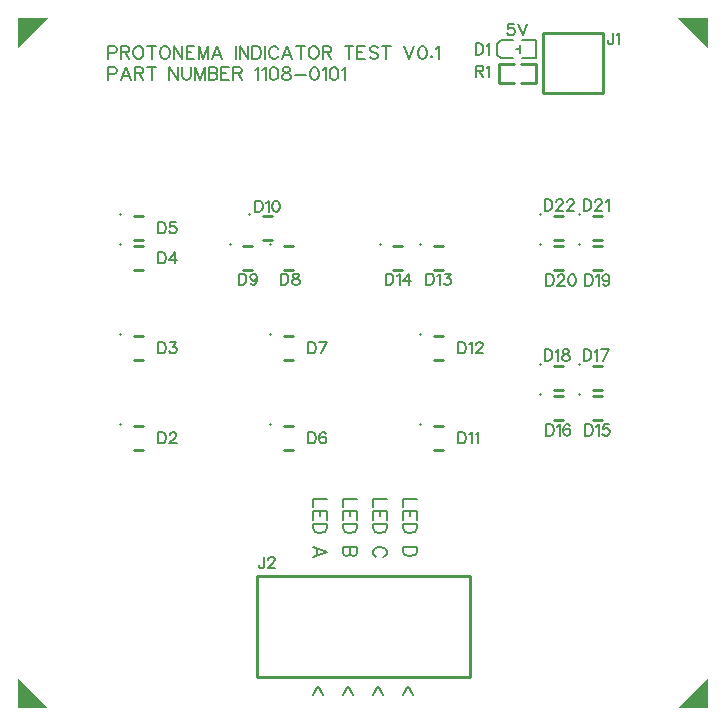
<source format=gto>
G04 Layer: TopSilkscreenLayer*
G04 EasyEDA v6.5.34, 2023-09-10 21:32:29*
G04 1afe794d2bab4df38a2457b4b3463e79,5a6b42c53f6a479593ecc07194224c93,10*
G04 Gerber Generator version 0.2*
G04 Scale: 100 percent, Rotated: No, Reflected: No *
G04 Dimensions in millimeters *
G04 leading zeros omitted , absolute positions ,4 integer and 5 decimal *
%FSLAX45Y45*%
%MOMM*%

%ADD10C,0.1524*%
%ADD11C,0.2540*%
%ADD12C,0.1500*%

%LPD*%
D10*
X4194787Y5790417D02*
G01*
X4149321Y5790417D01*
X4144749Y5749523D01*
X4149321Y5754095D01*
X4162783Y5758667D01*
X4176499Y5758667D01*
X4190215Y5754095D01*
X4199359Y5744951D01*
X4203931Y5731489D01*
X4203931Y5722345D01*
X4199359Y5708629D01*
X4190215Y5699485D01*
X4176499Y5694913D01*
X4162783Y5694913D01*
X4149321Y5699485D01*
X4144749Y5704057D01*
X4140177Y5713201D01*
X4233903Y5790417D02*
G01*
X4270225Y5694913D01*
X4306547Y5790417D02*
G01*
X4270225Y5694913D01*
X5036555Y5714227D02*
G01*
X5036555Y5641583D01*
X5031983Y5627867D01*
X5027411Y5623295D01*
X5018267Y5618723D01*
X5009377Y5618723D01*
X5000233Y5623295D01*
X4995661Y5627867D01*
X4991089Y5641583D01*
X4991089Y5650727D01*
X5066527Y5696193D02*
G01*
X5075671Y5700765D01*
X5089387Y5714227D01*
X5089387Y5618723D01*
X761989Y5601705D02*
G01*
X761989Y5492739D01*
X761989Y5601705D02*
G01*
X808725Y5601705D01*
X824219Y5596625D01*
X829553Y5591291D01*
X834633Y5580877D01*
X834633Y5565383D01*
X829553Y5554969D01*
X824219Y5549889D01*
X808725Y5544555D01*
X761989Y5544555D01*
X868923Y5601705D02*
G01*
X868923Y5492739D01*
X868923Y5601705D02*
G01*
X915659Y5601705D01*
X931407Y5596625D01*
X936487Y5591291D01*
X941821Y5580877D01*
X941821Y5570463D01*
X936487Y5560049D01*
X931407Y5554969D01*
X915659Y5549889D01*
X868923Y5549889D01*
X905499Y5549889D02*
G01*
X941821Y5492739D01*
X1007099Y5601705D02*
G01*
X996939Y5596625D01*
X986525Y5586211D01*
X981191Y5575797D01*
X976111Y5560049D01*
X976111Y5534141D01*
X981191Y5518647D01*
X986525Y5508233D01*
X996939Y5497819D01*
X1007099Y5492739D01*
X1027927Y5492739D01*
X1038341Y5497819D01*
X1048755Y5508233D01*
X1054089Y5518647D01*
X1059169Y5534141D01*
X1059169Y5560049D01*
X1054089Y5575797D01*
X1048755Y5586211D01*
X1038341Y5596625D01*
X1027927Y5601705D01*
X1007099Y5601705D01*
X1129781Y5601705D02*
G01*
X1129781Y5492739D01*
X1093459Y5601705D02*
G01*
X1166103Y5601705D01*
X1231635Y5601705D02*
G01*
X1221221Y5596625D01*
X1210807Y5586211D01*
X1205727Y5575797D01*
X1200393Y5560049D01*
X1200393Y5534141D01*
X1205727Y5518647D01*
X1210807Y5508233D01*
X1221221Y5497819D01*
X1231635Y5492739D01*
X1252463Y5492739D01*
X1262877Y5497819D01*
X1273291Y5508233D01*
X1278371Y5518647D01*
X1283705Y5534141D01*
X1283705Y5560049D01*
X1278371Y5575797D01*
X1273291Y5586211D01*
X1262877Y5596625D01*
X1252463Y5601705D01*
X1231635Y5601705D01*
X1317995Y5601705D02*
G01*
X1317995Y5492739D01*
X1317995Y5601705D02*
G01*
X1390639Y5492739D01*
X1390639Y5601705D02*
G01*
X1390639Y5492739D01*
X1424929Y5601705D02*
G01*
X1424929Y5492739D01*
X1424929Y5601705D02*
G01*
X1492493Y5601705D01*
X1424929Y5549889D02*
G01*
X1466585Y5549889D01*
X1424929Y5492739D02*
G01*
X1492493Y5492739D01*
X1526783Y5601705D02*
G01*
X1526783Y5492739D01*
X1526783Y5601705D02*
G01*
X1568439Y5492739D01*
X1609841Y5601705D02*
G01*
X1568439Y5492739D01*
X1609841Y5601705D02*
G01*
X1609841Y5492739D01*
X1685787Y5601705D02*
G01*
X1644131Y5492739D01*
X1685787Y5601705D02*
G01*
X1727189Y5492739D01*
X1659879Y5529061D02*
G01*
X1711695Y5529061D01*
X1841489Y5601705D02*
G01*
X1841489Y5492739D01*
X1875779Y5601705D02*
G01*
X1875779Y5492739D01*
X1875779Y5601705D02*
G01*
X1948677Y5492739D01*
X1948677Y5601705D02*
G01*
X1948677Y5492739D01*
X1982967Y5601705D02*
G01*
X1982967Y5492739D01*
X1982967Y5601705D02*
G01*
X2019289Y5601705D01*
X2034783Y5596625D01*
X2045197Y5586211D01*
X2050531Y5575797D01*
X2055611Y5560049D01*
X2055611Y5534141D01*
X2050531Y5518647D01*
X2045197Y5508233D01*
X2034783Y5497819D01*
X2019289Y5492739D01*
X1982967Y5492739D01*
X2089901Y5601705D02*
G01*
X2089901Y5492739D01*
X2202169Y5575797D02*
G01*
X2197089Y5586211D01*
X2186675Y5596625D01*
X2176261Y5601705D01*
X2155433Y5601705D01*
X2145019Y5596625D01*
X2134605Y5586211D01*
X2129525Y5575797D01*
X2124191Y5560049D01*
X2124191Y5534141D01*
X2129525Y5518647D01*
X2134605Y5508233D01*
X2145019Y5497819D01*
X2155433Y5492739D01*
X2176261Y5492739D01*
X2186675Y5497819D01*
X2197089Y5508233D01*
X2202169Y5518647D01*
X2278115Y5601705D02*
G01*
X2236459Y5492739D01*
X2278115Y5601705D02*
G01*
X2319517Y5492739D01*
X2251953Y5529061D02*
G01*
X2304023Y5529061D01*
X2390129Y5601705D02*
G01*
X2390129Y5492739D01*
X2353807Y5601705D02*
G01*
X2426705Y5601705D01*
X2491983Y5601705D02*
G01*
X2481569Y5596625D01*
X2471409Y5586211D01*
X2466075Y5575797D01*
X2460995Y5560049D01*
X2460995Y5534141D01*
X2466075Y5518647D01*
X2471409Y5508233D01*
X2481569Y5497819D01*
X2491983Y5492739D01*
X2512811Y5492739D01*
X2523225Y5497819D01*
X2533639Y5508233D01*
X2538719Y5518647D01*
X2544053Y5534141D01*
X2544053Y5560049D01*
X2538719Y5575797D01*
X2533639Y5586211D01*
X2523225Y5596625D01*
X2512811Y5601705D01*
X2491983Y5601705D01*
X2578343Y5601705D02*
G01*
X2578343Y5492739D01*
X2578343Y5601705D02*
G01*
X2625079Y5601705D01*
X2640573Y5596625D01*
X2645907Y5591291D01*
X2650987Y5580877D01*
X2650987Y5570463D01*
X2645907Y5560049D01*
X2640573Y5554969D01*
X2625079Y5549889D01*
X2578343Y5549889D01*
X2614665Y5549889D02*
G01*
X2650987Y5492739D01*
X2801609Y5601705D02*
G01*
X2801609Y5492739D01*
X2765287Y5601705D02*
G01*
X2838185Y5601705D01*
X2872475Y5601705D02*
G01*
X2872475Y5492739D01*
X2872475Y5601705D02*
G01*
X2940039Y5601705D01*
X2872475Y5549889D02*
G01*
X2913877Y5549889D01*
X2872475Y5492739D02*
G01*
X2940039Y5492739D01*
X3046973Y5586211D02*
G01*
X3036559Y5596625D01*
X3021065Y5601705D01*
X3000237Y5601705D01*
X2984489Y5596625D01*
X2974329Y5586211D01*
X2974329Y5575797D01*
X2979409Y5565383D01*
X2984489Y5560049D01*
X2994903Y5554969D01*
X3026145Y5544555D01*
X3036559Y5539475D01*
X3041639Y5534141D01*
X3046973Y5523727D01*
X3046973Y5508233D01*
X3036559Y5497819D01*
X3021065Y5492739D01*
X3000237Y5492739D01*
X2984489Y5497819D01*
X2974329Y5508233D01*
X3117585Y5601705D02*
G01*
X3117585Y5492739D01*
X3081263Y5601705D02*
G01*
X3153907Y5601705D01*
X3268207Y5601705D02*
G01*
X3309863Y5492739D01*
X3351519Y5601705D02*
G01*
X3309863Y5492739D01*
X3416797Y5601705D02*
G01*
X3401303Y5596625D01*
X3390889Y5580877D01*
X3385809Y5554969D01*
X3385809Y5539475D01*
X3390889Y5513313D01*
X3401303Y5497819D01*
X3416797Y5492739D01*
X3427211Y5492739D01*
X3442959Y5497819D01*
X3453119Y5513313D01*
X3458453Y5539475D01*
X3458453Y5554969D01*
X3453119Y5580877D01*
X3442959Y5596625D01*
X3427211Y5601705D01*
X3416797Y5601705D01*
X3497823Y5518647D02*
G01*
X3492743Y5513313D01*
X3497823Y5508233D01*
X3503157Y5513313D01*
X3497823Y5518647D01*
X3537447Y5580877D02*
G01*
X3547861Y5586211D01*
X3563355Y5601705D01*
X3563355Y5492739D01*
X761989Y5423905D02*
G01*
X761989Y5314939D01*
X761989Y5423905D02*
G01*
X808725Y5423905D01*
X824219Y5418825D01*
X829553Y5413491D01*
X834633Y5403077D01*
X834633Y5387583D01*
X829553Y5377169D01*
X824219Y5372089D01*
X808725Y5366755D01*
X761989Y5366755D01*
X910579Y5423905D02*
G01*
X868923Y5314939D01*
X910579Y5423905D02*
G01*
X952235Y5314939D01*
X884671Y5351261D02*
G01*
X936487Y5351261D01*
X986525Y5423905D02*
G01*
X986525Y5314939D01*
X986525Y5423905D02*
G01*
X1033261Y5423905D01*
X1048755Y5418825D01*
X1054089Y5413491D01*
X1059169Y5403077D01*
X1059169Y5392663D01*
X1054089Y5382249D01*
X1048755Y5377169D01*
X1033261Y5372089D01*
X986525Y5372089D01*
X1022847Y5372089D02*
G01*
X1059169Y5314939D01*
X1129781Y5423905D02*
G01*
X1129781Y5314939D01*
X1093459Y5423905D02*
G01*
X1166103Y5423905D01*
X1280403Y5423905D02*
G01*
X1280403Y5314939D01*
X1280403Y5423905D02*
G01*
X1353301Y5314939D01*
X1353301Y5423905D02*
G01*
X1353301Y5314939D01*
X1387591Y5423905D02*
G01*
X1387591Y5345927D01*
X1392671Y5330433D01*
X1403085Y5320019D01*
X1418579Y5314939D01*
X1428993Y5314939D01*
X1444741Y5320019D01*
X1455155Y5330433D01*
X1460235Y5345927D01*
X1460235Y5423905D01*
X1494525Y5423905D02*
G01*
X1494525Y5314939D01*
X1494525Y5423905D02*
G01*
X1536181Y5314939D01*
X1577583Y5423905D02*
G01*
X1536181Y5314939D01*
X1577583Y5423905D02*
G01*
X1577583Y5314939D01*
X1611873Y5423905D02*
G01*
X1611873Y5314939D01*
X1611873Y5423905D02*
G01*
X1658609Y5423905D01*
X1674357Y5418825D01*
X1679437Y5413491D01*
X1684771Y5403077D01*
X1684771Y5392663D01*
X1679437Y5382249D01*
X1674357Y5377169D01*
X1658609Y5372089D01*
X1611873Y5372089D02*
G01*
X1658609Y5372089D01*
X1674357Y5366755D01*
X1679437Y5361675D01*
X1684771Y5351261D01*
X1684771Y5335513D01*
X1679437Y5325099D01*
X1674357Y5320019D01*
X1658609Y5314939D01*
X1611873Y5314939D01*
X1719061Y5423905D02*
G01*
X1719061Y5314939D01*
X1719061Y5423905D02*
G01*
X1786625Y5423905D01*
X1719061Y5372089D02*
G01*
X1760463Y5372089D01*
X1719061Y5314939D02*
G01*
X1786625Y5314939D01*
X1820915Y5423905D02*
G01*
X1820915Y5314939D01*
X1820915Y5423905D02*
G01*
X1867651Y5423905D01*
X1883145Y5418825D01*
X1888479Y5413491D01*
X1893559Y5403077D01*
X1893559Y5392663D01*
X1888479Y5382249D01*
X1883145Y5377169D01*
X1867651Y5372089D01*
X1820915Y5372089D01*
X1857237Y5372089D02*
G01*
X1893559Y5314939D01*
X2007859Y5403077D02*
G01*
X2018273Y5408411D01*
X2033767Y5423905D01*
X2033767Y5314939D01*
X2068057Y5403077D02*
G01*
X2078471Y5408411D01*
X2094219Y5423905D01*
X2094219Y5314939D01*
X2159497Y5423905D02*
G01*
X2144003Y5418825D01*
X2133589Y5403077D01*
X2128509Y5377169D01*
X2128509Y5361675D01*
X2133589Y5335513D01*
X2144003Y5320019D01*
X2159497Y5314939D01*
X2169911Y5314939D01*
X2185659Y5320019D01*
X2195819Y5335513D01*
X2201153Y5361675D01*
X2201153Y5377169D01*
X2195819Y5403077D01*
X2185659Y5418825D01*
X2169911Y5423905D01*
X2159497Y5423905D01*
X2261351Y5423905D02*
G01*
X2245857Y5418825D01*
X2240523Y5408411D01*
X2240523Y5397997D01*
X2245857Y5387583D01*
X2256271Y5382249D01*
X2277099Y5377169D01*
X2292593Y5372089D01*
X2303007Y5361675D01*
X2308087Y5351261D01*
X2308087Y5335513D01*
X2303007Y5325099D01*
X2297673Y5320019D01*
X2282179Y5314939D01*
X2261351Y5314939D01*
X2245857Y5320019D01*
X2240523Y5325099D01*
X2235443Y5335513D01*
X2235443Y5351261D01*
X2240523Y5361675D01*
X2250937Y5372089D01*
X2266685Y5377169D01*
X2287259Y5382249D01*
X2297673Y5387583D01*
X2303007Y5397997D01*
X2303007Y5408411D01*
X2297673Y5418825D01*
X2282179Y5423905D01*
X2261351Y5423905D01*
X2342377Y5361675D02*
G01*
X2435849Y5361675D01*
X2501381Y5423905D02*
G01*
X2485887Y5418825D01*
X2475473Y5403077D01*
X2470139Y5377169D01*
X2470139Y5361675D01*
X2475473Y5335513D01*
X2485887Y5320019D01*
X2501381Y5314939D01*
X2511795Y5314939D01*
X2527289Y5320019D01*
X2537703Y5335513D01*
X2543037Y5361675D01*
X2543037Y5377169D01*
X2537703Y5403077D01*
X2527289Y5418825D01*
X2511795Y5423905D01*
X2501381Y5423905D01*
X2577327Y5403077D02*
G01*
X2587741Y5408411D01*
X2603235Y5423905D01*
X2603235Y5314939D01*
X2668767Y5423905D02*
G01*
X2653019Y5418825D01*
X2642859Y5403077D01*
X2637525Y5377169D01*
X2637525Y5361675D01*
X2642859Y5335513D01*
X2653019Y5320019D01*
X2668767Y5314939D01*
X2679181Y5314939D01*
X2694675Y5320019D01*
X2705089Y5335513D01*
X2710169Y5361675D01*
X2710169Y5377169D01*
X2705089Y5403077D01*
X2694675Y5418825D01*
X2679181Y5423905D01*
X2668767Y5423905D01*
X2744459Y5403077D02*
G01*
X2754873Y5408411D01*
X2770621Y5423905D01*
X2770621Y5314939D01*
X3340955Y108602D02*
G01*
X3300061Y181500D01*
X3259167Y108602D01*
X3086955Y108602D02*
G01*
X3046061Y181500D01*
X3005167Y108602D01*
X2832955Y108602D02*
G01*
X2792061Y181500D01*
X2751167Y108602D01*
X2578955Y108602D02*
G01*
X2538061Y181500D01*
X2497167Y108602D01*
X2864406Y1765294D02*
G01*
X2749852Y1765294D01*
X2749852Y1765294D02*
G01*
X2749852Y1699762D01*
X2864406Y1663948D02*
G01*
X2749852Y1663948D01*
X2864406Y1663948D02*
G01*
X2864406Y1592828D01*
X2809796Y1663948D02*
G01*
X2809796Y1620260D01*
X2749852Y1663948D02*
G01*
X2749852Y1592828D01*
X2864406Y1557014D02*
G01*
X2749852Y1557014D01*
X2864406Y1557014D02*
G01*
X2864406Y1518660D01*
X2858818Y1502404D01*
X2847896Y1491482D01*
X2836974Y1486148D01*
X2820718Y1480560D01*
X2793286Y1480560D01*
X2777030Y1486148D01*
X2766108Y1491482D01*
X2755186Y1502404D01*
X2749852Y1518660D01*
X2749852Y1557014D01*
X2864406Y1360672D02*
G01*
X2749852Y1360672D01*
X2864406Y1360672D02*
G01*
X2864406Y1311396D01*
X2858818Y1295140D01*
X2853484Y1289552D01*
X2842562Y1284218D01*
X2831640Y1284218D01*
X2820718Y1289552D01*
X2815130Y1295140D01*
X2809796Y1311396D01*
X2809796Y1360672D02*
G01*
X2809796Y1311396D01*
X2804208Y1295140D01*
X2798874Y1289552D01*
X2787952Y1284218D01*
X2771442Y1284218D01*
X2760774Y1289552D01*
X2755186Y1295140D01*
X2749852Y1311396D01*
X2749852Y1360672D01*
X3118406Y1765294D02*
G01*
X3003852Y1765294D01*
X3003852Y1765294D02*
G01*
X3003852Y1699762D01*
X3118406Y1663948D02*
G01*
X3003852Y1663948D01*
X3118406Y1663948D02*
G01*
X3118406Y1592828D01*
X3063796Y1663948D02*
G01*
X3063796Y1620260D01*
X3003852Y1663948D02*
G01*
X3003852Y1592828D01*
X3118406Y1557014D02*
G01*
X3003852Y1557014D01*
X3118406Y1557014D02*
G01*
X3118406Y1518660D01*
X3112818Y1502404D01*
X3101896Y1491482D01*
X3090974Y1486148D01*
X3074718Y1480560D01*
X3047286Y1480560D01*
X3031030Y1486148D01*
X3020108Y1491482D01*
X3009186Y1502404D01*
X3003852Y1518660D01*
X3003852Y1557014D01*
X3090974Y1278630D02*
G01*
X3101896Y1284218D01*
X3112818Y1295140D01*
X3118406Y1306062D01*
X3118406Y1327906D01*
X3112818Y1338828D01*
X3101896Y1349750D01*
X3090974Y1355084D01*
X3074718Y1360672D01*
X3047286Y1360672D01*
X3031030Y1355084D01*
X3020108Y1349750D01*
X3009186Y1338828D01*
X3003852Y1327906D01*
X3003852Y1306062D01*
X3009186Y1295140D01*
X3020108Y1284218D01*
X3031030Y1278630D01*
X2610406Y1765294D02*
G01*
X2495852Y1765294D01*
X2495852Y1765294D02*
G01*
X2495852Y1699762D01*
X2610406Y1663948D02*
G01*
X2495852Y1663948D01*
X2610406Y1663948D02*
G01*
X2610406Y1592828D01*
X2555796Y1663948D02*
G01*
X2555796Y1620260D01*
X2495852Y1663948D02*
G01*
X2495852Y1592828D01*
X2610406Y1557014D02*
G01*
X2495852Y1557014D01*
X2610406Y1557014D02*
G01*
X2610406Y1518660D01*
X2604818Y1502404D01*
X2593896Y1491482D01*
X2582974Y1486148D01*
X2566718Y1480560D01*
X2539286Y1480560D01*
X2523030Y1486148D01*
X2512108Y1491482D01*
X2501186Y1502404D01*
X2495852Y1518660D01*
X2495852Y1557014D01*
X2610406Y1316984D02*
G01*
X2495852Y1360672D01*
X2610406Y1316984D02*
G01*
X2495852Y1273296D01*
X2533952Y1344162D02*
G01*
X2533952Y1289552D01*
X3372403Y1765294D02*
G01*
X3257849Y1765294D01*
X3257849Y1765294D02*
G01*
X3257849Y1699762D01*
X3372403Y1663948D02*
G01*
X3257849Y1663948D01*
X3372403Y1663948D02*
G01*
X3372403Y1592828D01*
X3317793Y1663948D02*
G01*
X3317793Y1620260D01*
X3257849Y1663948D02*
G01*
X3257849Y1592828D01*
X3372403Y1557014D02*
G01*
X3257849Y1557014D01*
X3372403Y1557014D02*
G01*
X3372403Y1518660D01*
X3366815Y1502404D01*
X3355893Y1491482D01*
X3344971Y1486148D01*
X3328715Y1480560D01*
X3301283Y1480560D01*
X3285027Y1486148D01*
X3274105Y1491482D01*
X3263183Y1502404D01*
X3257849Y1518660D01*
X3257849Y1557014D01*
X3372403Y1360672D02*
G01*
X3257849Y1360672D01*
X3372403Y1360672D02*
G01*
X3372403Y1322318D01*
X3366815Y1306062D01*
X3355893Y1295140D01*
X3344971Y1289552D01*
X3328715Y1284218D01*
X3301283Y1284218D01*
X3285027Y1289552D01*
X3274105Y1295140D01*
X3263183Y1306062D01*
X3257849Y1322318D01*
X3257849Y1360672D01*
X2082294Y1276464D02*
G01*
X2082294Y1203817D01*
X2077722Y1190101D01*
X2073150Y1185532D01*
X2064006Y1180957D01*
X2055116Y1180957D01*
X2045972Y1185532D01*
X2041400Y1190101D01*
X2036828Y1203817D01*
X2036828Y1212964D01*
X2116838Y1253855D02*
G01*
X2116838Y1258430D01*
X2121410Y1267317D01*
X2125982Y1271889D01*
X2135126Y1276464D01*
X2153160Y1276464D01*
X2162304Y1271889D01*
X2166876Y1267317D01*
X2171448Y1258430D01*
X2171448Y1249286D01*
X2166876Y1240139D01*
X2157732Y1226423D01*
X2112266Y1180957D01*
X2176020Y1180957D01*
X2006084Y4293405D02*
G01*
X2006084Y4198155D01*
X2006084Y4293405D02*
G01*
X2037834Y4293405D01*
X2051296Y4289087D01*
X2060440Y4279943D01*
X2065012Y4270799D01*
X2069584Y4257083D01*
X2069584Y4234477D01*
X2065012Y4220761D01*
X2060440Y4211617D01*
X2051296Y4202727D01*
X2037834Y4198155D01*
X2006084Y4198155D01*
X2099556Y4275371D02*
G01*
X2108700Y4279943D01*
X2122416Y4293405D01*
X2122416Y4198155D01*
X2179566Y4293405D02*
G01*
X2165850Y4289087D01*
X2156960Y4275371D01*
X2152388Y4252511D01*
X2152388Y4239049D01*
X2156960Y4216189D01*
X2165850Y4202727D01*
X2179566Y4198155D01*
X2188710Y4198155D01*
X2202426Y4202727D01*
X2211316Y4216189D01*
X2215888Y4239049D01*
X2215888Y4252511D01*
X2211316Y4275371D01*
X2202426Y4289087D01*
X2188710Y4293405D01*
X2179566Y4293405D01*
X4800592Y2399583D02*
G01*
X4800592Y2304079D01*
X4800592Y2399583D02*
G01*
X4832342Y2399583D01*
X4846058Y2395011D01*
X4855202Y2385867D01*
X4859774Y2376977D01*
X4864346Y2363261D01*
X4864346Y2340401D01*
X4859774Y2326939D01*
X4855202Y2317795D01*
X4846058Y2308651D01*
X4832342Y2304079D01*
X4800592Y2304079D01*
X4894318Y2381295D02*
G01*
X4903208Y2385867D01*
X4916924Y2399583D01*
X4916924Y2304079D01*
X5001506Y2399583D02*
G01*
X4956040Y2399583D01*
X4951468Y2358689D01*
X4956040Y2363261D01*
X4969756Y2367833D01*
X4983218Y2367833D01*
X4996934Y2363261D01*
X5006078Y2354117D01*
X5010650Y2340401D01*
X5010650Y2331511D01*
X5006078Y2317795D01*
X4996934Y2308651D01*
X4983218Y2304079D01*
X4969756Y2304079D01*
X4956040Y2308651D01*
X4951468Y2313223D01*
X4946896Y2322367D01*
X4470392Y2399583D02*
G01*
X4470392Y2304079D01*
X4470392Y2399583D02*
G01*
X4502142Y2399583D01*
X4515858Y2395011D01*
X4525002Y2385867D01*
X4529574Y2376977D01*
X4534146Y2363261D01*
X4534146Y2340401D01*
X4529574Y2326939D01*
X4525002Y2317795D01*
X4515858Y2308651D01*
X4502142Y2304079D01*
X4470392Y2304079D01*
X4564118Y2381295D02*
G01*
X4573008Y2385867D01*
X4586724Y2399583D01*
X4586724Y2304079D01*
X4671306Y2385867D02*
G01*
X4666734Y2395011D01*
X4653018Y2399583D01*
X4644128Y2399583D01*
X4630412Y2395011D01*
X4621268Y2381295D01*
X4616696Y2358689D01*
X4616696Y2336083D01*
X4621268Y2317795D01*
X4630412Y2308651D01*
X4644128Y2304079D01*
X4648446Y2304079D01*
X4662162Y2308651D01*
X4671306Y2317795D01*
X4675878Y2331511D01*
X4675878Y2336083D01*
X4671306Y2349545D01*
X4662162Y2358689D01*
X4648446Y2363261D01*
X4644128Y2363261D01*
X4630412Y2358689D01*
X4621268Y2349545D01*
X4616696Y2336083D01*
X4787892Y3034583D02*
G01*
X4787892Y2939079D01*
X4787892Y3034583D02*
G01*
X4819642Y3034583D01*
X4833358Y3030011D01*
X4842502Y3020867D01*
X4847074Y3011977D01*
X4851646Y2998261D01*
X4851646Y2975401D01*
X4847074Y2961939D01*
X4842502Y2952795D01*
X4833358Y2943651D01*
X4819642Y2939079D01*
X4787892Y2939079D01*
X4881618Y3016295D02*
G01*
X4890508Y3020867D01*
X4904224Y3034583D01*
X4904224Y2939079D01*
X4997950Y3034583D02*
G01*
X4952484Y2939079D01*
X4934196Y3034583D02*
G01*
X4997950Y3034583D01*
X4457692Y3034583D02*
G01*
X4457692Y2939079D01*
X4457692Y3034583D02*
G01*
X4489442Y3034583D01*
X4503158Y3030011D01*
X4512302Y3020867D01*
X4516874Y3011977D01*
X4521446Y2998261D01*
X4521446Y2975401D01*
X4516874Y2961939D01*
X4512302Y2952795D01*
X4503158Y2943651D01*
X4489442Y2939079D01*
X4457692Y2939079D01*
X4551418Y3016295D02*
G01*
X4560308Y3020867D01*
X4574024Y3034583D01*
X4574024Y2939079D01*
X4626856Y3034583D02*
G01*
X4613140Y3030011D01*
X4608568Y3020867D01*
X4608568Y3011977D01*
X4613140Y3002833D01*
X4622284Y2998261D01*
X4640318Y2993689D01*
X4654034Y2989117D01*
X4663178Y2979973D01*
X4667750Y2971083D01*
X4667750Y2957367D01*
X4663178Y2948223D01*
X4658606Y2943651D01*
X4644890Y2939079D01*
X4626856Y2939079D01*
X4613140Y2943651D01*
X4608568Y2948223D01*
X4603996Y2957367D01*
X4603996Y2971083D01*
X4608568Y2979973D01*
X4617712Y2989117D01*
X4631428Y2993689D01*
X4649462Y2998261D01*
X4658606Y3002833D01*
X4663178Y3011977D01*
X4663178Y3020867D01*
X4658606Y3030011D01*
X4644890Y3034583D01*
X4626856Y3034583D01*
X4457692Y4304581D02*
G01*
X4457692Y4209077D01*
X4457692Y4304581D02*
G01*
X4489442Y4304581D01*
X4503158Y4300009D01*
X4512302Y4290865D01*
X4516874Y4281975D01*
X4521446Y4268259D01*
X4521446Y4245399D01*
X4516874Y4231937D01*
X4512302Y4222793D01*
X4503158Y4213649D01*
X4489442Y4209077D01*
X4457692Y4209077D01*
X4555990Y4281975D02*
G01*
X4555990Y4286293D01*
X4560308Y4295437D01*
X4564880Y4300009D01*
X4574024Y4304581D01*
X4592312Y4304581D01*
X4601202Y4300009D01*
X4605774Y4295437D01*
X4610346Y4286293D01*
X4610346Y4277403D01*
X4605774Y4268259D01*
X4596884Y4254543D01*
X4551418Y4209077D01*
X4614918Y4209077D01*
X4649462Y4281975D02*
G01*
X4649462Y4286293D01*
X4654034Y4295437D01*
X4658606Y4300009D01*
X4667750Y4304581D01*
X4685784Y4304581D01*
X4694928Y4300009D01*
X4699500Y4295437D01*
X4704072Y4286293D01*
X4704072Y4277403D01*
X4699500Y4268259D01*
X4690356Y4254543D01*
X4644890Y4209077D01*
X4708644Y4209077D01*
X4787892Y4304581D02*
G01*
X4787892Y4209077D01*
X4787892Y4304581D02*
G01*
X4819642Y4304581D01*
X4833358Y4300009D01*
X4842502Y4290865D01*
X4847074Y4281975D01*
X4851646Y4268259D01*
X4851646Y4245399D01*
X4847074Y4231937D01*
X4842502Y4222793D01*
X4833358Y4213649D01*
X4819642Y4209077D01*
X4787892Y4209077D01*
X4886190Y4281975D02*
G01*
X4886190Y4286293D01*
X4890508Y4295437D01*
X4895080Y4300009D01*
X4904224Y4304581D01*
X4922512Y4304581D01*
X4931402Y4300009D01*
X4935974Y4295437D01*
X4940546Y4286293D01*
X4940546Y4277403D01*
X4935974Y4268259D01*
X4927084Y4254543D01*
X4881618Y4209077D01*
X4945118Y4209077D01*
X4975090Y4286293D02*
G01*
X4984234Y4290865D01*
X4997950Y4304581D01*
X4997950Y4209077D01*
X4470392Y3669581D02*
G01*
X4470392Y3574077D01*
X4470392Y3669581D02*
G01*
X4502142Y3669581D01*
X4515858Y3665009D01*
X4525002Y3655865D01*
X4529574Y3646975D01*
X4534146Y3633259D01*
X4534146Y3610399D01*
X4529574Y3596937D01*
X4525002Y3587793D01*
X4515858Y3578649D01*
X4502142Y3574077D01*
X4470392Y3574077D01*
X4568690Y3646975D02*
G01*
X4568690Y3651293D01*
X4573008Y3660437D01*
X4577580Y3665009D01*
X4586724Y3669581D01*
X4605012Y3669581D01*
X4613902Y3665009D01*
X4618474Y3660437D01*
X4623046Y3651293D01*
X4623046Y3642403D01*
X4618474Y3633259D01*
X4609584Y3619543D01*
X4564118Y3574077D01*
X4627618Y3574077D01*
X4685022Y3669581D02*
G01*
X4671306Y3665009D01*
X4662162Y3651293D01*
X4657590Y3628687D01*
X4657590Y3614971D01*
X4662162Y3592365D01*
X4671306Y3578649D01*
X4685022Y3574077D01*
X4693912Y3574077D01*
X4707628Y3578649D01*
X4716772Y3592365D01*
X4721344Y3614971D01*
X4721344Y3628687D01*
X4716772Y3651293D01*
X4707628Y3665009D01*
X4693912Y3669581D01*
X4685022Y3669581D01*
X4800592Y3669581D02*
G01*
X4800592Y3574077D01*
X4800592Y3669581D02*
G01*
X4832342Y3669581D01*
X4846058Y3665009D01*
X4855202Y3655865D01*
X4859774Y3646975D01*
X4864346Y3633259D01*
X4864346Y3610399D01*
X4859774Y3596937D01*
X4855202Y3587793D01*
X4846058Y3578649D01*
X4832342Y3574077D01*
X4800592Y3574077D01*
X4894318Y3651293D02*
G01*
X4903208Y3655865D01*
X4916924Y3669581D01*
X4916924Y3574077D01*
X5006078Y3637831D02*
G01*
X5001506Y3624115D01*
X4992362Y3614971D01*
X4978646Y3610399D01*
X4974328Y3610399D01*
X4960612Y3614971D01*
X4951468Y3624115D01*
X4946896Y3637831D01*
X4946896Y3642403D01*
X4951468Y3655865D01*
X4960612Y3665009D01*
X4974328Y3669581D01*
X4978646Y3669581D01*
X4992362Y3665009D01*
X5001506Y3655865D01*
X5006078Y3637831D01*
X5006078Y3614971D01*
X5001506Y3592365D01*
X4992362Y3578649D01*
X4978646Y3574077D01*
X4969756Y3574077D01*
X4956040Y3578649D01*
X4951468Y3587793D01*
X3725664Y2333541D02*
G01*
X3725664Y2238037D01*
X3725664Y2333541D02*
G01*
X3757414Y2333541D01*
X3771130Y2328969D01*
X3780274Y2319825D01*
X3784846Y2310681D01*
X3789418Y2296965D01*
X3789418Y2274359D01*
X3784846Y2260643D01*
X3780274Y2251499D01*
X3771130Y2242609D01*
X3757414Y2238037D01*
X3725664Y2238037D01*
X3819390Y2315253D02*
G01*
X3828280Y2319825D01*
X3841996Y2333541D01*
X3841996Y2238037D01*
X3871968Y2315253D02*
G01*
X3881112Y2319825D01*
X3894828Y2333541D01*
X3894828Y2238037D01*
X3725664Y3095541D02*
G01*
X3725664Y3000037D01*
X3725664Y3095541D02*
G01*
X3757414Y3095541D01*
X3771130Y3090969D01*
X3780274Y3081825D01*
X3784846Y3072681D01*
X3789418Y3058965D01*
X3789418Y3036359D01*
X3784846Y3022643D01*
X3780274Y3013499D01*
X3771130Y3004609D01*
X3757414Y3000037D01*
X3725664Y3000037D01*
X3819390Y3077253D02*
G01*
X3828280Y3081825D01*
X3841996Y3095541D01*
X3841996Y3000037D01*
X3876540Y3072681D02*
G01*
X3876540Y3077253D01*
X3881112Y3086397D01*
X3885684Y3090969D01*
X3894828Y3095541D01*
X3912862Y3095541D01*
X3922006Y3090969D01*
X3926578Y3086397D01*
X3931150Y3077253D01*
X3931150Y3068109D01*
X3926578Y3058965D01*
X3917434Y3045503D01*
X3871968Y3000037D01*
X3935722Y3000037D01*
X3456424Y3675423D02*
G01*
X3456424Y3579919D01*
X3456424Y3675423D02*
G01*
X3488174Y3675423D01*
X3501890Y3670851D01*
X3511034Y3661707D01*
X3515352Y3652817D01*
X3519924Y3639101D01*
X3519924Y3616241D01*
X3515352Y3602779D01*
X3511034Y3593635D01*
X3501890Y3584491D01*
X3488174Y3579919D01*
X3456424Y3579919D01*
X3549896Y3657135D02*
G01*
X3559040Y3661707D01*
X3572756Y3675423D01*
X3572756Y3579919D01*
X3611872Y3675423D02*
G01*
X3661910Y3675423D01*
X3634478Y3639101D01*
X3648194Y3639101D01*
X3657338Y3634529D01*
X3661910Y3629957D01*
X3666482Y3616241D01*
X3666482Y3607351D01*
X3661910Y3593635D01*
X3652766Y3584491D01*
X3639050Y3579919D01*
X3625334Y3579919D01*
X3611872Y3584491D01*
X3607300Y3589063D01*
X3602728Y3598207D01*
X3113524Y3675423D02*
G01*
X3113524Y3579919D01*
X3113524Y3675423D02*
G01*
X3145274Y3675423D01*
X3158990Y3670851D01*
X3168134Y3661707D01*
X3172452Y3652817D01*
X3177024Y3639101D01*
X3177024Y3616241D01*
X3172452Y3602779D01*
X3168134Y3593635D01*
X3158990Y3584491D01*
X3145274Y3579919D01*
X3113524Y3579919D01*
X3206996Y3657135D02*
G01*
X3216140Y3661707D01*
X3229856Y3675423D01*
X3229856Y3579919D01*
X3305294Y3675423D02*
G01*
X3259828Y3611669D01*
X3327900Y3611669D01*
X3305294Y3675423D02*
G01*
X3305294Y3579919D01*
X1185664Y2333409D02*
G01*
X1185664Y2237905D01*
X1185664Y2333409D02*
G01*
X1217414Y2333409D01*
X1231130Y2328837D01*
X1240274Y2319693D01*
X1244846Y2310803D01*
X1249418Y2297087D01*
X1249418Y2274227D01*
X1244846Y2260765D01*
X1240274Y2251621D01*
X1231130Y2242477D01*
X1217414Y2237905D01*
X1185664Y2237905D01*
X1283962Y2310803D02*
G01*
X1283962Y2315121D01*
X1288280Y2324265D01*
X1292852Y2328837D01*
X1301996Y2333409D01*
X1320284Y2333409D01*
X1329428Y2328837D01*
X1333746Y2324265D01*
X1338318Y2315121D01*
X1338318Y2306231D01*
X1333746Y2297087D01*
X1324856Y2283371D01*
X1279390Y2237905D01*
X1342890Y2237905D01*
X1185664Y3095538D02*
G01*
X1185664Y3000034D01*
X1185664Y3095538D02*
G01*
X1217414Y3095538D01*
X1231130Y3090966D01*
X1240274Y3081822D01*
X1244846Y3072678D01*
X1249418Y3058962D01*
X1249418Y3036356D01*
X1244846Y3022640D01*
X1240274Y3013496D01*
X1231130Y3004606D01*
X1217414Y3000034D01*
X1185664Y3000034D01*
X1288280Y3095538D02*
G01*
X1338318Y3095538D01*
X1311140Y3058962D01*
X1324856Y3058962D01*
X1333746Y3054390D01*
X1338318Y3050072D01*
X1342890Y3036356D01*
X1342890Y3027212D01*
X1338318Y3013496D01*
X1329428Y3004606D01*
X1315712Y3000034D01*
X1301996Y3000034D01*
X1288280Y3004606D01*
X1283962Y3009178D01*
X1279390Y3018068D01*
X1185664Y3857541D02*
G01*
X1185664Y3762037D01*
X1185664Y3857541D02*
G01*
X1217414Y3857541D01*
X1231130Y3852969D01*
X1240274Y3843825D01*
X1244846Y3834681D01*
X1249418Y3820965D01*
X1249418Y3798359D01*
X1244846Y3784643D01*
X1240274Y3775499D01*
X1231130Y3766609D01*
X1217414Y3762037D01*
X1185664Y3762037D01*
X1324856Y3857541D02*
G01*
X1279390Y3793787D01*
X1347462Y3793787D01*
X1324856Y3857541D02*
G01*
X1324856Y3762037D01*
X1185664Y4111541D02*
G01*
X1185664Y4016037D01*
X1185664Y4111541D02*
G01*
X1217414Y4111541D01*
X1231130Y4106969D01*
X1240274Y4097825D01*
X1244846Y4088681D01*
X1249418Y4074965D01*
X1249418Y4052359D01*
X1244846Y4038643D01*
X1240274Y4029499D01*
X1231130Y4020609D01*
X1217414Y4016037D01*
X1185664Y4016037D01*
X1333746Y4111541D02*
G01*
X1288280Y4111541D01*
X1283962Y4070393D01*
X1288280Y4074965D01*
X1301996Y4079537D01*
X1315712Y4079537D01*
X1329428Y4074965D01*
X1338318Y4066075D01*
X1342890Y4052359D01*
X1342890Y4043215D01*
X1338318Y4029499D01*
X1329428Y4020609D01*
X1315712Y4016037D01*
X1301996Y4016037D01*
X1288280Y4020609D01*
X1283962Y4025181D01*
X1279390Y4034071D01*
X1868924Y3675423D02*
G01*
X1868924Y3579919D01*
X1868924Y3675423D02*
G01*
X1900674Y3675423D01*
X1914390Y3670851D01*
X1923534Y3661707D01*
X1927852Y3652817D01*
X1932424Y3639101D01*
X1932424Y3616241D01*
X1927852Y3602779D01*
X1923534Y3593635D01*
X1914390Y3584491D01*
X1900674Y3579919D01*
X1868924Y3579919D01*
X2021578Y3643673D02*
G01*
X2017006Y3629957D01*
X2007862Y3620813D01*
X1994400Y3616241D01*
X1989828Y3616241D01*
X1976112Y3620813D01*
X1966968Y3629957D01*
X1962396Y3643673D01*
X1962396Y3648245D01*
X1966968Y3661707D01*
X1976112Y3670851D01*
X1989828Y3675423D01*
X1994400Y3675423D01*
X2007862Y3670851D01*
X2017006Y3661707D01*
X2021578Y3643673D01*
X2021578Y3620813D01*
X2017006Y3598207D01*
X2007862Y3584491D01*
X1994400Y3579919D01*
X1985256Y3579919D01*
X1971540Y3584491D01*
X1966968Y3593635D01*
X2224524Y3675423D02*
G01*
X2224524Y3579919D01*
X2224524Y3675423D02*
G01*
X2256274Y3675423D01*
X2269990Y3670851D01*
X2279134Y3661707D01*
X2283452Y3652817D01*
X2288024Y3639101D01*
X2288024Y3616241D01*
X2283452Y3602779D01*
X2279134Y3593635D01*
X2269990Y3584491D01*
X2256274Y3579919D01*
X2224524Y3579919D01*
X2340856Y3675423D02*
G01*
X2327140Y3670851D01*
X2322568Y3661707D01*
X2322568Y3652817D01*
X2327140Y3643673D01*
X2336284Y3639101D01*
X2354572Y3634529D01*
X2368034Y3629957D01*
X2377178Y3620813D01*
X2381750Y3611669D01*
X2381750Y3598207D01*
X2377178Y3589063D01*
X2372606Y3584491D01*
X2358890Y3579919D01*
X2340856Y3579919D01*
X2327140Y3584491D01*
X2322568Y3589063D01*
X2317996Y3598207D01*
X2317996Y3611669D01*
X2322568Y3620813D01*
X2331712Y3629957D01*
X2345428Y3634529D01*
X2363462Y3639101D01*
X2372606Y3643673D01*
X2377178Y3652817D01*
X2377178Y3661707D01*
X2372606Y3670851D01*
X2358890Y3675423D01*
X2340856Y3675423D01*
X2455664Y3095541D02*
G01*
X2455664Y3000037D01*
X2455664Y3095541D02*
G01*
X2487414Y3095541D01*
X2501130Y3090969D01*
X2510274Y3081825D01*
X2514846Y3072681D01*
X2519418Y3058965D01*
X2519418Y3036359D01*
X2514846Y3022643D01*
X2510274Y3013499D01*
X2501130Y3004609D01*
X2487414Y3000037D01*
X2455664Y3000037D01*
X2612890Y3095541D02*
G01*
X2567424Y3000037D01*
X2549390Y3095541D02*
G01*
X2612890Y3095541D01*
X2455664Y2333541D02*
G01*
X2455664Y2238037D01*
X2455664Y2333541D02*
G01*
X2487414Y2333541D01*
X2501130Y2328969D01*
X2510274Y2319825D01*
X2514846Y2310681D01*
X2519418Y2296965D01*
X2519418Y2274359D01*
X2514846Y2260643D01*
X2510274Y2251499D01*
X2501130Y2242609D01*
X2487414Y2238037D01*
X2455664Y2238037D01*
X2603746Y2319825D02*
G01*
X2599428Y2328969D01*
X2585712Y2333541D01*
X2576568Y2333541D01*
X2562852Y2328969D01*
X2553962Y2315253D01*
X2549390Y2292393D01*
X2549390Y2269787D01*
X2553962Y2251499D01*
X2562852Y2242609D01*
X2576568Y2238037D01*
X2581140Y2238037D01*
X2594856Y2242609D01*
X2603746Y2251499D01*
X2608318Y2265215D01*
X2608318Y2269787D01*
X2603746Y2283503D01*
X2594856Y2292393D01*
X2581140Y2296965D01*
X2576568Y2296965D01*
X2562852Y2292393D01*
X2553962Y2283503D01*
X2549390Y2269787D01*
X3873489Y5434827D02*
G01*
X3873489Y5339323D01*
X3873489Y5434827D02*
G01*
X3914383Y5434827D01*
X3928099Y5430255D01*
X3932671Y5425683D01*
X3937243Y5416793D01*
X3937243Y5407649D01*
X3932671Y5398505D01*
X3928099Y5393933D01*
X3914383Y5389361D01*
X3873489Y5389361D01*
X3905239Y5389361D02*
G01*
X3937243Y5339323D01*
X3967215Y5416793D02*
G01*
X3976105Y5421365D01*
X3989821Y5434827D01*
X3989821Y5339323D01*
X3873489Y5625327D02*
G01*
X3873489Y5529823D01*
X3873489Y5625327D02*
G01*
X3905239Y5625327D01*
X3918955Y5620755D01*
X3928099Y5611865D01*
X3932671Y5602721D01*
X3937243Y5589005D01*
X3937243Y5566399D01*
X3932671Y5552683D01*
X3928099Y5543539D01*
X3918955Y5534395D01*
X3905239Y5529823D01*
X3873489Y5529823D01*
X3967215Y5607293D02*
G01*
X3976105Y5611865D01*
X3989821Y5625327D01*
X3989821Y5529823D01*
G36*
X0Y5842000D02*
G01*
X0Y5588000D01*
X254000Y5842000D01*
G37*
G36*
X0Y254000D02*
G01*
X0Y0D01*
X254000Y0D01*
G37*
G36*
X5842000Y254000D02*
G01*
X5588000Y0D01*
X5842000Y0D01*
G37*
G36*
X5588000Y5842000D02*
G01*
X5842000Y5588000D01*
X5842000Y5842000D01*
G37*
D11*
X1955789Y4178297D02*
G01*
X1955789Y4177116D01*
X2071649Y3962397D02*
G01*
X2144742Y3962397D01*
X2071649Y4165597D02*
G01*
X2144735Y4165597D01*
X4749784Y2654300D02*
G01*
X4749784Y2653118D01*
X4865644Y2438400D02*
G01*
X4938737Y2438400D01*
X4865644Y2641600D02*
G01*
X4938730Y2641600D01*
X4419584Y2654300D02*
G01*
X4419584Y2653118D01*
X4535444Y2438400D02*
G01*
X4608537Y2438400D01*
X4535444Y2641600D02*
G01*
X4608530Y2641600D01*
X4749784Y2908300D02*
G01*
X4749784Y2907118D01*
X4865644Y2692400D02*
G01*
X4938737Y2692400D01*
X4865644Y2895600D02*
G01*
X4938730Y2895600D01*
X4419584Y2908300D02*
G01*
X4419584Y2907118D01*
X4535444Y2692400D02*
G01*
X4608537Y2692400D01*
X4535444Y2895600D02*
G01*
X4608530Y2895600D01*
X4419584Y4178297D02*
G01*
X4419584Y4177116D01*
X4535444Y3962397D02*
G01*
X4608537Y3962397D01*
X4535444Y4165597D02*
G01*
X4608530Y4165597D01*
X4749784Y4178297D02*
G01*
X4749784Y4177116D01*
X4865644Y3962397D02*
G01*
X4938737Y3962397D01*
X4865644Y4165597D02*
G01*
X4938730Y4165597D01*
X4419584Y3924297D02*
G01*
X4419584Y3923116D01*
X4535444Y3708397D02*
G01*
X4608537Y3708397D01*
X4535444Y3911597D02*
G01*
X4608530Y3911597D01*
X4749784Y3924297D02*
G01*
X4749784Y3923116D01*
X4865644Y3708397D02*
G01*
X4938737Y3708397D01*
X4865644Y3911597D02*
G01*
X4938730Y3911597D01*
X3403587Y2400300D02*
G01*
X3403587Y2399118D01*
X3519446Y2184400D02*
G01*
X3592540Y2184400D01*
X3519446Y2387600D02*
G01*
X3592532Y2387600D01*
X3403587Y3162297D02*
G01*
X3403587Y3161116D01*
X3519446Y2946397D02*
G01*
X3592540Y2946397D01*
X3519446Y3149597D02*
G01*
X3592532Y3149597D01*
X3403587Y3924297D02*
G01*
X3403587Y3923116D01*
X3519446Y3708397D02*
G01*
X3592540Y3708397D01*
X3519446Y3911597D02*
G01*
X3592532Y3911597D01*
X3060687Y3924297D02*
G01*
X3060687Y3923116D01*
X3176546Y3708397D02*
G01*
X3249640Y3708397D01*
X3176546Y3911597D02*
G01*
X3249632Y3911597D01*
X863592Y2400300D02*
G01*
X863592Y2399118D01*
X979451Y2184400D02*
G01*
X1052545Y2184400D01*
X979451Y2387600D02*
G01*
X1052537Y2387600D01*
X863592Y3162297D02*
G01*
X863592Y3161116D01*
X979451Y2946397D02*
G01*
X1052545Y2946397D01*
X979451Y3149597D02*
G01*
X1052537Y3149597D01*
X863592Y3924297D02*
G01*
X863592Y3923116D01*
X979451Y3708397D02*
G01*
X1052545Y3708397D01*
X979451Y3911597D02*
G01*
X1052537Y3911597D01*
X863592Y4178297D02*
G01*
X863592Y4177116D01*
X979451Y3962397D02*
G01*
X1052545Y3962397D01*
X979451Y4165597D02*
G01*
X1052537Y4165597D01*
X1790689Y3924297D02*
G01*
X1790689Y3923116D01*
X1906549Y3708397D02*
G01*
X1979642Y3708397D01*
X1906549Y3911597D02*
G01*
X1979635Y3911597D01*
X2133589Y3924297D02*
G01*
X2133589Y3923116D01*
X2249449Y3708397D02*
G01*
X2322542Y3708397D01*
X2249449Y3911597D02*
G01*
X2322535Y3911597D01*
X2133589Y3162297D02*
G01*
X2133589Y3161116D01*
X2249449Y2946397D02*
G01*
X2322542Y2946397D01*
X2249449Y3149597D02*
G01*
X2322535Y3149597D01*
X2133589Y2400300D02*
G01*
X2133589Y2399118D01*
X2249449Y2184400D02*
G01*
X2322542Y2184400D01*
X2249449Y2387600D02*
G01*
X2322535Y2387600D01*
X4074027Y5291576D02*
G01*
X4074027Y5451581D01*
X4384085Y5292087D02*
G01*
X4384085Y5452092D01*
X4199023Y5451581D02*
G01*
X4074027Y5451581D01*
X4199023Y5291576D02*
G01*
X4074027Y5291576D01*
X4259082Y5452092D02*
G01*
X4384085Y5452092D01*
X4259082Y5292087D02*
G01*
X4384085Y5292087D01*
D12*
X4246090Y5575513D02*
G01*
X4212089Y5575513D01*
X4054083Y5540286D02*
G01*
X4054083Y5530283D01*
X4084078Y5500281D01*
X4269084Y5650288D02*
G01*
X4384085Y5650288D01*
X4269084Y5500281D02*
G01*
X4384085Y5500281D01*
X4189084Y5650288D02*
G01*
X4084078Y5650288D01*
X4189084Y5500281D02*
G01*
X4084078Y5500281D01*
X4384085Y5650275D02*
G01*
X4384085Y5502285D01*
X4054083Y5610278D02*
G01*
X4054083Y5540286D01*
X4054083Y5610278D02*
G01*
X4054083Y5620293D01*
X4084078Y5650288D01*
X4246090Y5610285D02*
G01*
X4246090Y5542287D01*
D11*
X4444992Y5714992D02*
G01*
X4952992Y5714992D01*
X4952992Y5206992D01*
X4444992Y5206992D01*
X4444992Y5714992D01*
X2022721Y1114391D02*
G01*
X3822717Y1114391D01*
X3822717Y264380D01*
X2022721Y264380D01*
X2022721Y1114391D01*
M02*

</source>
